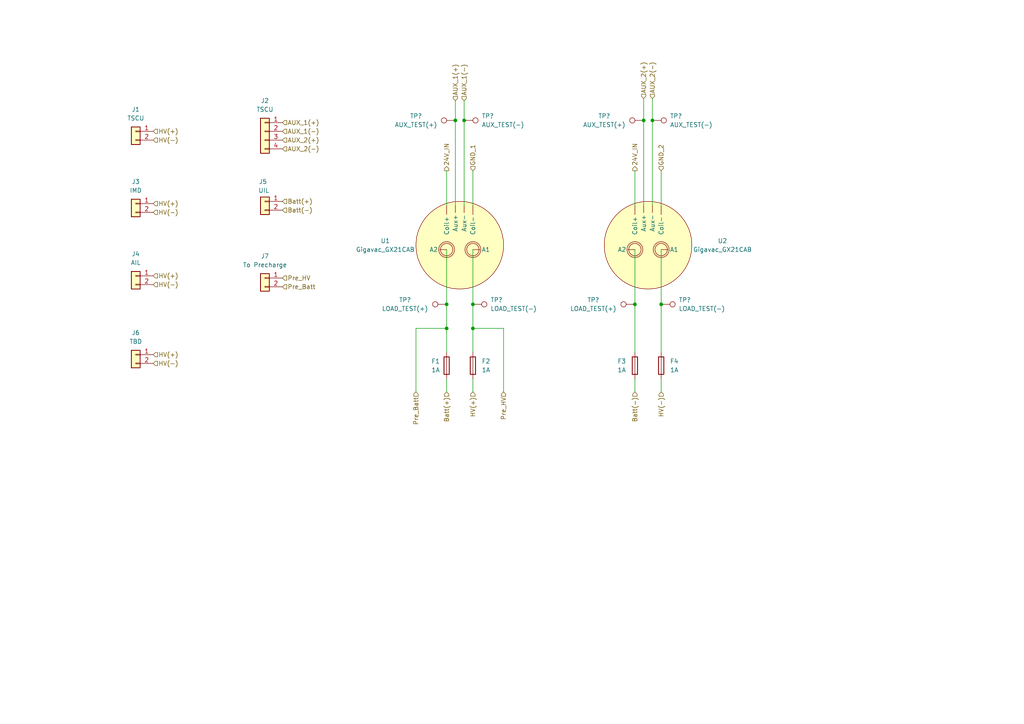
<source format=kicad_sch>
(kicad_sch (version 20211123) (generator eeschema)
  (paper "A4")
  (lib_symbols
    (symbol "Connector:TestPoint" (pin_numbers hide) (pin_names (offset 0.762) hide)
      (property "Reference" "TP" (at 0 6.858 0))
      (property "Value" "TestPoint" (at 0 5.08 0))
      (symbol "TestPoint_0_1"
        (circle (center 0 3.302) (radius 0.762))
      )
      (symbol "TestPoint_1_1"
        (pin passive line (at 0 0 90) (length 2.54) (name "1") (number "1"))
      )
    )
    (symbol "Connector_Generic:Conn_01x02" (pin_names (offset 1.016) hide)
      (property "Reference" "J" (at 0 2.54 0))
      (property "Value" "Conn_01x02" (at 0 -5.08 0))
      (symbol "Conn_01x02_1_1"
        (rectangle (start -1.27 -2.413) (end 0 -2.667) (stroke (width 0.1524)))
        (rectangle (start -1.27 0.127) (end 0 -0.127) (stroke (width 0.1524)))
        (rectangle (start -1.27 1.27) (end 1.27 -3.81) (stroke (width 0.254)) (fill (type background)))
        (pin passive line (at -5.08 0 0) (length 3.81) (name "Pin_1") (number "1"))
        (pin passive line (at -5.08 -2.54 0) (length 3.81) (name "Pin_2") (number "2"))
      )
    )
    (symbol "Connector_Generic:Conn_01x04" (pin_names (offset 1.016) hide)
      (property "Reference" "J" (at 0 5.08 0))
      (property "Value" "Conn_01x04" (at 0 -7.62 0))
      (symbol "Conn_01x04_1_1"
        (rectangle (start -1.27 -4.953) (end 0 -5.207) (stroke (width 0.1524)))
        (rectangle (start -1.27 -2.413) (end 0 -2.667) (stroke (width 0.1524)))
        (rectangle (start -1.27 0.127) (end 0 -0.127) (stroke (width 0.1524)))
        (rectangle (start -1.27 2.667) (end 0 2.413) (stroke (width 0.1524)))
        (rectangle (start -1.27 3.81) (end 1.27 -6.35) (stroke (width 0.254)) (fill (type background)))
        (pin passive line (at -5.08 2.54 0) (length 3.81) (name "Pin_1") (number "1"))
        (pin passive line (at -5.08 0 0) (length 3.81) (name "Pin_2") (number "2"))
        (pin passive line (at -5.08 -2.54 0) (length 3.81) (name "Pin_3") (number "3"))
        (pin passive line (at -5.08 -5.08 0) (length 3.81) (name "Pin_4") (number "4"))
      )
    )
    (symbol "CustomParts:Gigavac_GX21CAB"
      (property "Reference" "U" (at -10.16 -11.43 0))
      (property "Value" "Gigavac_GX21CAB" (at -10.16 -13.97 0))
      (symbol "Gigavac_GX21CAB_0_1"
        (circle (center 7.62 -13.97) (radius 1.7961))
        (circle (center 7.62 -13.97) (radius 2.2895))
        (circle (center 11.43 -12.7) (radius 12.7) (fill (type background)))
        (circle (center 15.24 -13.97) (radius 1.7961))
        (circle (center 15.24 -13.97) (radius 2.2895))
      )
      (symbol "Gigavac_GX21CAB_1_1"
        (pin output line (at 15.24 -13.97 0) (length 2) (name "A1") (number ""))
        (pin input line (at 7.62 -13.97 180) (length 2) (name "A2") (number ""))
        (pin output line (at 10.16 -1.27 270) (length 2) (name "Aux+") (number ""))
        (pin output line (at 12.7 -1.27 270) (length 2) (name "Aux-") (number ""))
        (pin input line (at 7.62 -1.27 270) (length 2.54) (name "Coil+") (number ""))
        (pin output line (at 15.24 -1.27 270) (length 2.54) (name "Coil-") (number ""))
      )
    )
    (symbol "Device:Fuse" (pin_numbers hide) (pin_names (offset 0))
      (property "Reference" "F" (at 2.032 0 90))
      (property "Value" "Fuse" (at -1.905 0 90))
      (symbol "Fuse_0_1"
        (rectangle (start -0.762 -2.54) (end 0.762 2.54) (stroke (width 0.254)))
        (polyline (pts (xy 0 2.54) (xy 0 -2.54)))
      )
      (symbol "Fuse_1_1"
        (pin passive line (at 0 3.81 270) (length 1.27) (name "~") (number "1"))
        (pin passive line (at 0 -3.81 90) (length 1.27) (name "~") (number "2"))
      )
    )
    (symbol "Gigavac_GX21CAB_1"
      (property "Reference" "U" (at -10.16 -11.43 0))
      (property "Value" "Gigavac_GX21CAB_1" (at -10.16 -13.97 0))
      (symbol "Gigavac_GX21CAB_1_0_1"
        (circle (center 7.62 -13.97) (radius 1.7961))
        (circle (center 7.62 -13.97) (radius 2.2895))
        (circle (center 11.43 -12.7) (radius 12.7) (fill (type background)))
        (circle (center 15.24 -13.97) (radius 1.7961))
        (circle (center 15.24 -13.97) (radius 2.2895))
      )
      (symbol "Gigavac_GX21CAB_1_1_1"
        (pin output line (at 15.24 -13.97 0) (length 2) (name "A1") (number ""))
        (pin input line (at 7.62 -13.97 180) (length 2) (name "A2") (number ""))
        (pin output line (at 10.16 -1.27 270) (length 2) (name "Aux+") (number ""))
        (pin output line (at 12.7 -1.27 270) (length 2) (name "Aux-") (number ""))
        (pin input line (at 7.62 -1.27 270) (length 2.54) (name "Coil+") (number ""))
        (pin output line (at 15.24 -1.27 270) (length 2.54) (name "Coil-") (number ""))
      )
    )
  )
  (junction (at 189.23 34.925))
  (junction (at 134.62 34.925))
  (junction (at 137.16 88.265))
  (junction (at 132.08 34.925))
  (junction (at 137.16 95.25))
  (junction (at 184.15 88.265))
  (junction (at 191.77 88.265))
  (junction (at 186.69 34.925))
  (junction (at 129.54 95.25))
  (junction (at 129.54 88.265))
  (wire (pts (xy 129.54 95.25) (xy 129.54 102.235)))
  (wire (pts (xy 137.16 49.53) (xy 137.16 59.69)))
  (wire (pts (xy 129.54 95.25) (xy 120.65 95.25)))
  (wire (pts (xy 120.65 95.25) (xy 120.65 113.665)))
  (wire (pts (xy 189.23 34.925) (xy 189.23 59.69)))
  (wire (pts (xy 191.77 49.53) (xy 191.77 59.69)))
  (wire (pts (xy 184.15 109.855) (xy 184.15 113.665)))
  (wire (pts (xy 189.23 28.575) (xy 189.23 34.925)))
  (wire (pts (xy 191.77 109.855) (xy 191.77 113.665)))
  (wire (pts (xy 137.16 95.25) (xy 146.05 95.25)))
  (wire (pts (xy 186.69 34.925) (xy 186.69 59.69)))
  (wire (pts (xy 186.69 28.575) (xy 186.69 34.925)))
  (wire (pts (xy 137.16 88.265) (xy 137.16 95.25)))
  (wire (pts (xy 146.05 95.25) (xy 146.05 113.665)))
  (wire (pts (xy 137.16 109.855) (xy 137.16 113.665)))
  (wire (pts (xy 129.54 109.855) (xy 129.54 113.665)))
  (wire (pts (xy 129.54 88.265) (xy 129.54 95.25)))
  (wire (pts (xy 184.15 88.265) (xy 184.15 102.235)))
  (wire (pts (xy 132.08 29.21) (xy 132.08 34.925)))
  (wire (pts (xy 134.62 34.925) (xy 134.62 59.69)))
  (wire (pts (xy 137.16 72.39) (xy 137.16 88.265)))
  (wire (pts (xy 137.16 95.25) (xy 137.16 102.235)))
  (wire (pts (xy 134.62 29.21) (xy 134.62 34.925)))
  (wire (pts (xy 184.15 49.53) (xy 184.15 59.69)))
  (wire (pts (xy 191.77 88.265) (xy 191.77 102.235)))
  (wire (pts (xy 191.77 72.39) (xy 191.77 88.265)))
  (wire (pts (xy 132.08 34.925) (xy 132.08 59.69)))
  (wire (pts (xy 184.15 72.39) (xy 184.15 88.265)))
  (wire (pts (xy 129.54 72.39) (xy 129.54 88.265)))
  (wire (pts (xy 129.54 49.53) (xy 129.54 59.69)))
  (hierarchical_label "GND_1" (shape input) (at 137.16 49.53 90))
  (hierarchical_label "Batt(-)" (shape input) (at 81.915 60.96 0))
  (hierarchical_label "HV(+)" (shape input) (at 44.45 38.1 0))
  (hierarchical_label "HV(-)" (shape input) (at 44.45 105.41 0))
  (hierarchical_label "AUX_2(+)" (shape input) (at 186.69 28.575 90))
  (hierarchical_label "Pre_Batt" (shape input) (at 120.65 113.665 270))
  (hierarchical_label "AUX_1(-)" (shape input) (at 134.62 29.21 90))
  (hierarchical_label "AUX_2(+)" (shape input) (at 81.915 40.64 0))
  (hierarchical_label "HV(+)" (shape input) (at 44.45 59.055 0))
  (hierarchical_label "GND_2" (shape input) (at 191.77 49.53 90))
  (hierarchical_label "HV(+)" (shape input) (at 137.16 113.665 270))
  (hierarchical_label "AUX_2(-)" (shape input) (at 81.915 43.18 0))
  (hierarchical_label "Pre_Batt" (shape input) (at 81.915 83.185 0))
  (hierarchical_label "HV(-)" (shape input) (at 191.77 113.665 270))
  (hierarchical_label "HV(+)" (shape input) (at 44.45 102.87 0))
  (hierarchical_label "Pre_HV" (shape input) (at 146.05 113.665 270))
  (hierarchical_label "Batt(+)" (shape input) (at 129.54 113.665 270))
  (hierarchical_label "AUX_1(+)" (shape input) (at 81.915 35.56 0))
  (hierarchical_label "Batt(+)" (shape input) (at 81.915 58.42 0))
  (hierarchical_label "24V_IN" (shape output) (at 184.15 49.53 90))
  (hierarchical_label "HV(-)" (shape input) (at 44.45 82.55 0))
  (hierarchical_label "HV(-)" (shape input) (at 44.45 40.64 0))
  (hierarchical_label "Batt(-)" (shape input) (at 184.15 113.665 270))
  (hierarchical_label "AUX_1(+)" (shape input) (at 132.08 29.21 90))
  (hierarchical_label "HV(+)" (shape input) (at 44.45 80.01 0))
  (hierarchical_label "AUX_1(-)" (shape input) (at 81.915 38.1 0))
  (hierarchical_label "Pre_HV" (shape input) (at 81.915 80.645 0))
  (hierarchical_label "24V_IN" (shape output) (at 129.54 49.53 90))
  (hierarchical_label "HV(-)" (shape input) (at 44.45 61.595 0))
  (hierarchical_label "AUX_2(-)" (shape input) (at 189.23 28.575 90))
  (symbol (lib_id "Connector_Generic:Conn_01x02") (at 76.835 58.42 0) (mirror y) (unit 1)
    (property "Reference" "J5" (at 77.47 52.705 0) (effects (justify left)))
    (property "Value" "UIL" (at 78.105 55.245 0) (effects (justify left)))
    (property "Footprint" "Connector_Molex:Molex_Micro-Fit_3.0_43045-0200_2x01_P3.00mm_Horizontal" (effects hide))
  )
  (symbol (lib_id "Device:Fuse") (at 191.77 106.045 0) (unit 1)
    (property "Reference" "F4" (at 194.31 104.7749 0) (effects (justify left)))
    (property "Value" "1A" (at 194.31 107.3149 0) (effects (justify left)))
    (property "Footprint" "CustomFootprints:Fuse_Placeholder" (effects hide))
  )
  (symbol (lib_id "Connector:TestPoint") (at 132.08 34.925 90) (unit 1)
    (property "Reference" "TP?" (at 120.65 33.655 90))
    (property "Value" "AUX_TEST(+)" (at 120.65 36.195 90))
  )
  (symbol (lib_id "Device:Fuse") (at 184.15 106.045 0) (unit 1)
    (property "Reference" "F3" (at 179.07 104.775 0) (effects (justify left)))
    (property "Value" "1A" (at 179.07 107.315 0) (effects (justify left)))
    (property "Footprint" "CustomFootprints:Fuse_Placeholder" (effects hide))
  )
  (symbol (lib_name "Gigavac_GX21CAB_1") (lib_id "CustomParts:Gigavac_GX21CAB") (at 121.92 58.42 0) (unit 1)
    (property "Reference" "U1" (at 111.76 69.85 0))
    (property "Value" "Gigavac_GX21CAB" (at 111.76 72.39 0))
    (property "Footprint" "LHRE Contactors:Gigavac_GX21BAB" (effects hide))
    (property "Datasheet" "https://www.gigavac.com/sites/default/files/catalog/spec_sheet/gx21_0.pdf" (effects hide))
  )
  (symbol (lib_id "Connector:TestPoint") (at 191.77 88.265 270) (unit 1)
    (property "Reference" "TP?" (at 196.85 86.9949 90) (effects (justify left)))
    (property "Value" "LOAD_TEST(-)" (at 196.85 89.5349 90) (effects (justify left)))
  )
  (symbol (lib_id "Connector:TestPoint") (at 189.23 34.925 270) (unit 1)
    (property "Reference" "TP?" (at 194.31 33.6549 90) (effects (justify left)))
    (property "Value" "AUX_TEST(-)" (at 194.31 36.1949 90) (effects (justify left)))
  )
  (symbol (lib_id "CustomParts:Gigavac_GX21CAB") (at 176.53 58.42 0) (unit 1)
    (property "Reference" "U2" (at 209.55 69.85 0))
    (property "Value" "Gigavac_GX21CAB" (at 209.55 72.39 0))
    (property "Footprint" "LHRE Contactors:Gigavac_GX21BAB" (effects hide))
    (property "Datasheet" "https://www.gigavac.com/sites/default/files/catalog/spec_sheet/gx21_0.pdf" (effects hide))
  )
  (symbol (lib_id "Connector:TestPoint") (at 186.69 34.925 90) (unit 1)
    (property "Reference" "TP?" (at 175.26 33.655 90))
    (property "Value" "AUX_TEST(+)" (at 175.26 36.195 90))
  )
  (symbol (lib_id "Connector_Generic:Conn_01x04") (at 76.835 38.1 0) (mirror y) (unit 1)
    (property "Reference" "J2" (at 76.835 29.21 0))
    (property "Value" "TSCU" (at 76.835 31.75 0))
    (property "Footprint" "Connector_Molex:Molex_Micro-Fit_3.0_43045-0400_2x02_P3.00mm_Horizontal" (effects hide))
  )
  (symbol (lib_id "Device:Fuse") (at 137.16 106.045 0) (unit 1)
    (property "Reference" "F2" (at 139.7 104.775 0) (effects (justify left)))
    (property "Value" "1A" (at 139.7 107.3149 0) (effects (justify left)))
    (property "Footprint" "CustomFootprints:Fuse_Placeholder" (effects hide))
  )
  (symbol (lib_id "Connector_Generic:Conn_01x02") (at 39.37 59.055 0) (mirror y) (unit 1)
    (property "Reference" "J3" (at 39.37 52.705 0))
    (property "Value" "IMD" (at 39.37 55.245 0))
    (property "Footprint" "Connector_Molex:Molex_Micro-Fit_3.0_43045-0200_2x01_P3.00mm_Horizontal" (effects hide))
  )
  (symbol (lib_id "Connector_Generic:Conn_01x02") (at 39.37 102.87 0) (mirror y) (unit 1)
    (property "Reference" "J6" (at 39.37 96.52 0))
    (property "Value" "TBD" (at 39.37 99.06 0))
    (property "Footprint" "Connector_Molex:Molex_Micro-Fit_3.0_43045-0200_2x01_P3.00mm_Horizontal" (effects hide))
  )
  (symbol (lib_id "Connector:TestPoint") (at 129.54 88.265 90) (mirror x) (unit 1)
    (property "Reference" "TP?" (at 117.475 86.995 90))
    (property "Value" "LOAD_TEST(+)" (at 117.475 89.535 90))
  )
  (symbol (lib_id "Connector_Generic:Conn_01x02") (at 39.37 80.01 0) (mirror y) (unit 1)
    (property "Reference" "J4" (at 39.37 73.66 0))
    (property "Value" "AIL" (at 39.37 76.2 0))
    (property "Footprint" "Connector_Molex:Molex_Micro-Fit_3.0_43045-0200_2x01_P3.00mm_Horizontal" (effects hide))
  )
  (symbol (lib_id "Connector:TestPoint") (at 134.62 34.925 270) (unit 1)
    (property "Reference" "TP?" (at 139.7 33.6549 90) (effects (justify left)))
    (property "Value" "AUX_TEST(-)" (at 139.7 36.1949 90) (effects (justify left)))
  )
  (symbol (lib_id "Connector_Generic:Conn_01x02") (at 39.37 38.1 0) (mirror y) (unit 1)
    (property "Reference" "J1" (at 39.37 31.75 0))
    (property "Value" "TSCU" (at 39.37 34.29 0))
    (property "Footprint" "Connector_Molex:Molex_Micro-Fit_3.0_43045-0600_2x03_P3.00mm_Horizontal" (effects hide))
  )
  (symbol (lib_id "Connector:TestPoint") (at 137.16 88.265 270) (unit 1)
    (property "Reference" "TP?" (at 142.24 86.9949 90) (effects (justify left)))
    (property "Value" "LOAD_TEST(-)" (at 142.24 89.5349 90) (effects (justify left)))
  )
  (symbol (lib_id "Connector_Generic:Conn_01x02") (at 76.835 80.645 0) (mirror y) (unit 1)
    (property "Reference" "J7" (at 76.835 74.295 0))
    (property "Value" "To Precharge" (at 76.835 76.835 0))
    (property "Footprint" "Connector_Molex:Molex_Micro-Fit_3.0_43045-0200_2x01_P3.00mm_Horizontal" (effects hide))
  )
  (symbol (lib_id "Device:Fuse") (at 129.54 106.045 0) (unit 1)
    (property "Reference" "F1" (at 125.095 104.775 0) (effects (justify left)))
    (property "Value" "1A" (at 125.095 107.315 0) (effects (justify left)))
    (property "Footprint" "CustomFootprints:Fuse_Placeholder" (effects hide))
  )
  (symbol (lib_id "Connector:TestPoint") (at 184.15 88.265 90) (mirror x) (unit 1)
    (property "Reference" "TP?" (at 172.085 86.995 90))
    (property "Value" "LOAD_TEST(+)" (at 172.085 89.535 90))
  )
)
</source>
